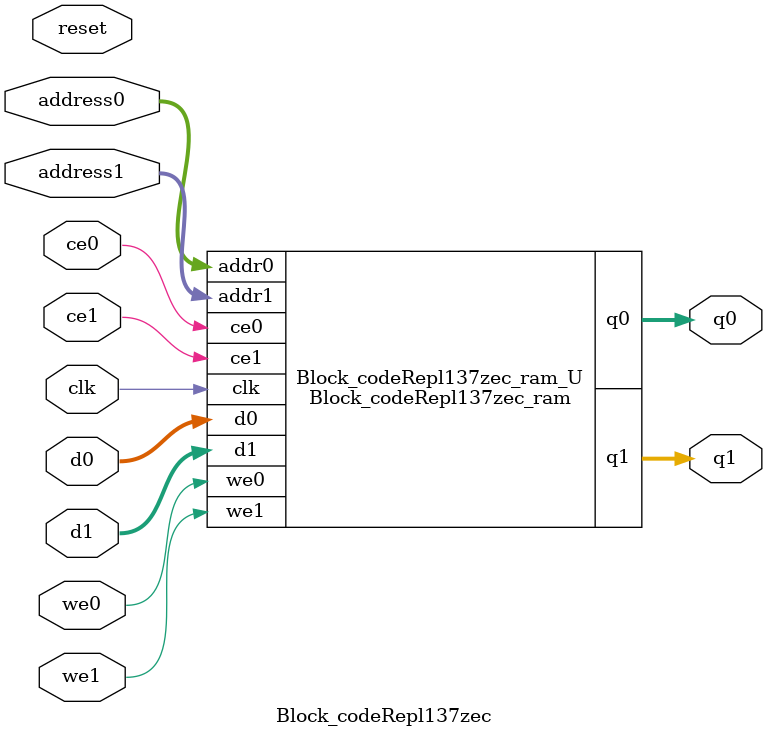
<source format=v>
`timescale 1 ns / 1 ps
module Block_codeRepl137zec_ram (addr0, ce0, d0, we0, q0, addr1, ce1, d1, we1, q1,  clk);

parameter DWIDTH = 5;
parameter AWIDTH = 13;
parameter MEM_SIZE = 7776;

input[AWIDTH-1:0] addr0;
input ce0;
input[DWIDTH-1:0] d0;
input we0;
output reg[DWIDTH-1:0] q0;
input[AWIDTH-1:0] addr1;
input ce1;
input[DWIDTH-1:0] d1;
input we1;
output reg[DWIDTH-1:0] q1;
input clk;

(* ram_style = "block" *)reg [DWIDTH-1:0] ram[0:MEM_SIZE-1];




always @(posedge clk)  
begin 
    if (ce0) begin
        if (we0) 
            ram[addr0] <= d0; 
        q0 <= ram[addr0];
    end
end


always @(posedge clk)  
begin 
    if (ce1) begin
        if (we1) 
            ram[addr1] <= d1; 
        q1 <= ram[addr1];
    end
end


endmodule

`timescale 1 ns / 1 ps
module Block_codeRepl137zec(
    reset,
    clk,
    address0,
    ce0,
    we0,
    d0,
    q0,
    address1,
    ce1,
    we1,
    d1,
    q1);

parameter DataWidth = 32'd5;
parameter AddressRange = 32'd7776;
parameter AddressWidth = 32'd13;
input reset;
input clk;
input[AddressWidth - 1:0] address0;
input ce0;
input we0;
input[DataWidth - 1:0] d0;
output[DataWidth - 1:0] q0;
input[AddressWidth - 1:0] address1;
input ce1;
input we1;
input[DataWidth - 1:0] d1;
output[DataWidth - 1:0] q1;



Block_codeRepl137zec_ram Block_codeRepl137zec_ram_U(
    .clk( clk ),
    .addr0( address0 ),
    .ce0( ce0 ),
    .we0( we0 ),
    .d0( d0 ),
    .q0( q0 ),
    .addr1( address1 ),
    .ce1( ce1 ),
    .we1( we1 ),
    .d1( d1 ),
    .q1( q1 ));

endmodule


</source>
